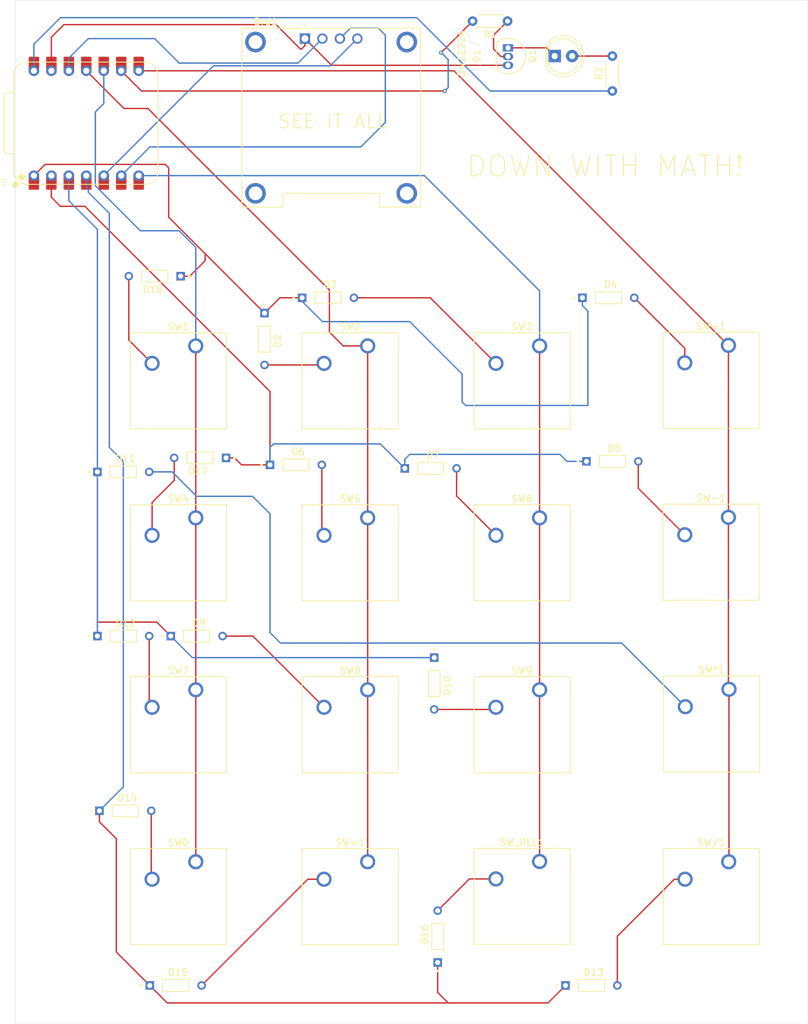
<source format=kicad_pcb>
(kicad_pcb (version 20241229) (generator "pcbnew") (generator_version "9.0")
  (layers (0 "F.Cu" signal) (2 "B.Cu" signal) (13 "F.Paste" user) (15 "B.Paste" user) (5 "F.SilkS" user "F.Silkscreen") (7 "B.SilkS" user "B.Silkscreen") (1 "F.Mask" user) (3 "B.Mask" user) (25 "Edge.Cuts" user))
  (net 0 "")
  (net 1 "GND")
  (net 2 "Net-(Brd1-SCL)")
  (net 3 "Net-(Brd1-SDA)")
  (net 4 "+3V3")
  (net 5 "Net-(D1-A)")
  (net 6 "/ROW1")
  (net 7 "Net-(D2-PadA)")
  (net 8 "Net-(D3-PadA)")
  (net 9 "Net-(D4-PadA)")
  (net 10 "/ROW4")
  (net 11 "Net-(D6-PadA)")
  (net 12 "Net-(D7-PadA)")
  (net 13 "/ROW2")
  (net 14 "Net-(D8-PadA)")
  (net 15 "Net-(D9-PadA)")
  (net 16 "/ROW3")
  (net 17 "Net-(D10-PadA)")
  (net 18 "Net-(D11-PadA)")
  (net 19 "Net-(D12-PadA)")
  (net 20 "Net-(D13-PadA)")
  (net 21 "Net-(D14-PadA)")
  (net 22 "Net-(D15-PadA)")
  (net 23 "Net-(D16-PadA)")
  (net 24 "Net-(D17-PadA)")
  (net 25 "Net-(D18-PadA)")
  (net 26 "IR LED")
  (net 27 "/COL4")
  (net 28 "/CO1")
  (net 29 "/COL2")
  (net 30 "/COL3")
  (net 31 "Net-(D1-K)")
  (net 32 "Net-(Q1-B)")
  (net 33 "VBUS")
  (footprint "Button_Switch_Keyboard:SW_Cherry_MX_1.00u_PCB" (layer "F.Cu") (at 212.5 140)
    (property "Reference" "SW/1" (at -2.54 -2.794 0) (layer "F.SilkS"))
    (property "Value" "SW_Push")
    (pad "" np_thru_hole circle (at -7.62 5.08) (size 1.7 1.7) (drill 1.7) (layers "*.Cu" "*.Mask"))
    (pad "" np_thru_hole circle (at -2.54 5.08) (size 4 4) (drill 4) (layers "*.Cu" "*.Mask"))
    (pad "" np_thru_hole circle (at 2.54 5.08) (size 1.7 1.7) (drill 1.7) (layers "*.Cu" "*.Mask"))
    (pad "1" thru_hole circle (at 0 0) (size 2.2 2.2) (drill 1.5) (layers "*.Cu" "*.Mask") (net 27 "/COL4"))
    (pad "2" thru_hole circle (at -6.35 2.54) (size 2.2 2.2) (drill 1.5) (layers "*.Cu" "*.Mask") (net 20 "Net-(D13-PadA)"))
  )
  (footprint "Button_Switch_Keyboard:SW_Cherry_MX_1.00u_PCB" (layer "F.Cu") (at 185 65)
    (property "Reference" "SW3" (at -2.54 -2.794 0) (layer "F.SilkS"))
    (property "Value" "SW_Push")
    (pad "" np_thru_hole circle (at -7.62 5.08) (size 1.7 1.7) (drill 1.7) (layers "*.Cu" "*.Mask"))
    (pad "" np_thru_hole circle (at -2.54 5.08) (size 4 4) (drill 4) (layers "*.Cu" "*.Mask"))
    (pad "" np_thru_hole circle (at 2.54 5.08) (size 1.7 1.7) (drill 1.7) (layers "*.Cu" "*.Mask"))
    (pad "1" thru_hole circle (at 0 0) (size 2.2 2.2) (drill 1.5) (layers "*.Cu" "*.Mask") (net 30 "/COL3"))
    (pad "2" thru_hole circle (at -6.35 2.54) (size 2.2 2.2) (drill 1.5) (layers "*.Cu" "*.Mask") (net 8 "Net-(D3-PadA)"))
  )
  (footprint "1N4148 (3):DIOAD753W49L380D172B" (layer "F.Cu") (at 135.128 107.188)
    (property "Reference" "D9" (at 0.3175 -1.905 0) (layer "F.SilkS"))
    (property "Value" "1N4148")
    (pad "A" thru_hole circle (at 3.7685 0) (size 1.238 1.238) (drill 0.73) (layers "*.Cu" "*.Mask") (net 15 "Net-(D9-PadA)"))
    (pad "K" thru_hole rect (at -3.7685 0) (size 1.238 1.238) (drill 0.73) (layers "*.Cu" "*.Mask") (net 16 "/ROW3"))
  )
  (footprint "Resistor_THT:R_Axial_DIN0204_L3.6mm_D1.6mm_P5.08mm_Horizontal" (layer "F.Cu") (at 195.58 27.94 90)
    (property "Reference" "R2" (at 2.54 -1.92 90) (layer "F.SilkS"))
    (property "Value" "39 ohms")
    (pad "1" thru_hole circle (at 0 0 90) (size 1.4 1.4) (drill 0.7) (layers "*.Cu" "*.Mask") (net 33 "VBUS"))
    (pad "2" thru_hole circle (at 5.08 0 90) (size 1.4 1.4) (drill 0.7) (layers "*.Cu" "*.Mask") (net 5 "Net-(D1-A)"))
  )
  (footprint "1N4148 (3):DIOAD753W49L380D172B" (layer "F.Cu") (at 124.46 107.188)
    (property "Reference" "D12" (at 0.3175 -1.905 0) (layer "F.SilkS"))
    (property "Value" "1N4148")
    (pad "A" thru_hole circle (at 3.7685 0) (size 1.238 1.238) (drill 0.73) (layers "*.Cu" "*.Mask") (net 19 "Net-(D12-PadA)"))
    (pad "K" thru_hole rect (at -3.7685 0) (size 1.238 1.238) (drill 0.73) (layers "*.Cu" "*.Mask") (net 16 "/ROW3"))
  )
  (footprint "Resistor_THT:R_Axial_DIN0204_L3.6mm_D1.6mm_P5.08mm_Horizontal" (layer "F.Cu") (at 180.34 17.78 180)
    (property "Reference" "R1" (at 2.54 -1.92 0) (layer "F.SilkS"))
    (property "Value" "4.7 Kohms")
    (pad "1" thru_hole circle (at 0 0 180) (size 1.4 1.4) (drill 0.7) (layers "*.Cu" "*.Mask") (net 32 "Net-(Q1-B)"))
    (pad "2" thru_hole circle (at 5.08 0 180) (size 1.4 1.4) (drill 0.7) (layers "*.Cu" "*.Mask") (net 26 "IR LED"))
  )
  (footprint "Button_Switch_Keyboard:SW_Cherry_MX_1.00u_PCB" (layer "F.Cu") (at 135 140)
    (property "Reference" "SW0" (at -2.54 -2.794 0) (layer "F.SilkS"))
    (property "Value" "SW_Push")
    (pad "" np_thru_hole circle (at -7.62 5.08) (size 1.7 1.7) (drill 1.7) (layers "*.Cu" "*.Mask"))
    (pad "" np_thru_hole circle (at -2.54 5.08) (size 4 4) (drill 4) (layers "*.Cu" "*.Mask"))
    (pad "" np_thru_hole circle (at 2.54 5.08) (size 1.7 1.7) (drill 1.7) (layers "*.Cu" "*.Mask"))
    (pad "1" thru_hole circle (at 0 0) (size 2.2 2.2) (drill 1.5) (layers "*.Cu" "*.Mask") (net 28 "/CO1"))
    (pad "2" thru_hole circle (at -6.35 2.54) (size 2.2 2.2) (drill 1.5) (layers "*.Cu" "*.Mask") (net 21 "Net-(D14-PadA)"))
  )
  (footprint "Button_Switch_Keyboard:SW_Cherry_MX_1.00u_PCB" (layer "F.Cu") (at 212.46 89.92)
    (property "Reference" "SW-1" (at -2.54 -2.794 0) (layer "F.SilkS"))
    (property "Value" "SW_Push")
    (pad "" np_thru_hole circle (at -7.62 5.08) (size 1.7 1.7) (drill 1.7) (layers "*.Cu" "*.Mask"))
    (pad "" np_thru_hole circle (at -2.54 5.08) (size 4 4) (drill 4) (layers "*.Cu" "*.Mask"))
    (pad "" np_thru_hole circle (at 2.54 5.08) (size 1.7 1.7) (drill 1.7) (layers "*.Cu" "*.Mask"))
    (pad "1" thru_hole circle (at 0 0) (size 2.2 2.2) (drill 1.5) (layers "*.Cu" "*.Mask") (net 27 "/COL4"))
    (pad "2" thru_hole circle (at -6.35 2.54) (size 2.2 2.2) (drill 1.5) (layers "*.Cu" "*.Mask") (net 14 "Net-(D8-PadA)"))
  )
  (footprint "DM-OLED096-636:MODULE_DM-OLED096-636" (layer "F.Cu") (at 154.686 31.82)
    (property "Reference" "Brd1" (at -9.525 -13.97 0) (layer "F.SilkS"))
    (property "Value" "SSD1306")
    (pad "1" thru_hole rect (at -3.81 -11.5) (size 1.508 1.508) (drill 1) (layers "*.Cu" "*.Mask") (net 1 "GND"))
    (pad "2" thru_hole circle (at -1.27 -11.5) (size 1.508 1.508) (drill 1) (layers "*.Cu" "*.Mask") (net 4 "+3V3"))
    (pad "3" thru_hole circle (at 1.27 -11.5) (size 1.508 1.508) (drill 1) (layers "*.Cu" "*.Mask") (net 2 "Net-(Brd1-SCL)"))
    (pad "4" thru_hole circle (at 3.81 -11.5) (size 1.508 1.508) (drill 1) (layers "*.Cu" "*.Mask") (net 3 "Net-(Brd1-SDA)"))
    (pad "S1" thru_hole circle (at -11 -11) (size 3 3) (drill 2) (layers "*.Cu" "*.Mask"))
    (pad "S2" thru_hole circle (at 11 -11) (size 3 3) (drill 2) (layers "*.Cu" "*.Mask"))
    (pad "S3" thru_hole circle (at 11 11) (size 3 3) (drill 2) (layers "*.Cu" "*.Mask"))
    (pad "S4" thru_hole circle (at -11 11) (size 3 3) (drill 2) (layers "*.Cu" "*.Mask"))
  )
  (footprint "Button_Switch_Keyboard:SW_Cherry_MX_1.00u_PCB" (layer "F.Cu") (at 212.46 64.92)
    (property "Reference" "SW+1" (at -2.54 -2.794 0) (layer "F.SilkS"))
    (property "Value" "SW_Push")
    (pad "" np_thru_hole circle (at -7.62 5.08) (size 1.7 1.7) (drill 1.7) (layers "*.Cu" "*.Mask"))
    (pad "" np_thru_hole circle (at -2.54 5.08) (size 4 4) (drill 4) (layers "*.Cu" "*.Mask"))
    (pad "" np_thru_hole circle (at 2.54 5.08) (size 1.7 1.7) (drill 1.7) (layers "*.Cu" "*.Mask"))
    (pad "1" thru_hole circle (at 0 0) (size 2.2 2.2) (drill 1.5) (layers "*.Cu" "*.Mask") (net 27 "/COL4"))
    (pad "2" thru_hole circle (at -6.35 2.54) (size 2.2 2.2) (drill 1.5) (layers "*.Cu" "*.Mask") (net 9 "Net-(D4-PadA)"))
  )
  (footprint "Button_Switch_Keyboard:SW_Cherry_MX_1.00u_PCB" (layer "F.Cu") (at 135 90)
    (property "Reference" "SW4" (at -2.54 -2.794 0) (layer "F.SilkS"))
    (property "Value" "SW_Push")
    (pad "" np_thru_hole circle (at -7.62 5.08) (size 1.7 1.7) (drill 1.7) (layers "*.Cu" "*.Mask"))
    (pad "" np_thru_hole circle (at -2.54 5.08) (size 4 4) (drill 4) (layers "*.Cu" "*.Mask"))
    (pad "" np_thru_hole circle (at 2.54 5.08) (size 1.7 1.7) (drill 1.7) (layers "*.Cu" "*.Mask"))
    (pad "1" thru_hole circle (at 0 0) (size 2.2 2.2) (drill 1.5) (layers "*.Cu" "*.Mask") (net 28 "/CO1"))
    (pad "2" thru_hole circle (at -6.35 2.54) (size 2.2 2.2) (drill 1.5) (layers "*.Cu" "*.Mask") (net 24 "Net-(D17-PadA)"))
  )
  (footprint "1N4148 (3):DIOAD753W49L380D172B" (layer "F.Cu") (at 149.5645 82.296)
    (property "Reference" "D6" (at 0.3175 -1.905 0) (layer "F.SilkS"))
    (property "Value" "1N4148")
    (pad "A" thru_hole circle (at 3.7685 0) (size 1.238 1.238) (drill 0.73) (layers "*.Cu" "*.Mask") (net 11 "Net-(D6-PadA)"))
    (pad "K" thru_hole rect (at -3.7685 0) (size 1.238 1.238) (drill 0.73) (layers "*.Cu" "*.Mask") (net 13 "/ROW2"))
  )
  (footprint "1N4148 (3):DIOAD753W49L380D172B" (layer "F.Cu") (at 145 64 -90)
    (property "Reference" "D2" (at 0.3175 -1.905 90) (layer "F.SilkS"))
    (property "Value" "1N4148")
    (pad "A" thru_hole circle (at 3.7685 0 270) (size 1.238 1.238) (drill 0.73) (layers "*.Cu" "*.Mask") (net 7 "Net-(D2-PadA)"))
    (pad "K" thru_hole rect (at -3.7685 0 270) (size 1.238 1.238) (drill 0.73) (layers "*.Cu" "*.Mask") (net 6 "/ROW1"))
  )
  (footprint "1N4148 (3):DIOAD753W49L380D172B" (layer "F.Cu") (at 124.7555 132.588)
    (property "Reference" "D14" (at 0.3175 -1.905 0) (layer "F.SilkS"))
    (property "Value" "1N4148")
    (pad "A" thru_hole circle (at 3.7685 0) (size 1.238 1.238) (drill 0.73) (layers "*.Cu" "*.Mask") (net 21 "Net-(D14-PadA)"))
    (pad "K" thru_hole rect (at -3.7685 0) (size 1.238 1.238) (drill 0.73) (layers "*.Cu" "*.Mask") (net 10 "/ROW4"))
  )
  (footprint "Button_Switch_Keyboard:SW_Cherry_MX_1.00u_PCB" (layer "F.Cu") (at 185 90)
    (property "Reference" "SW6" (at -2.54 -2.794 0) (layer "F.SilkS"))
    (property "Value" "SW_Push")
    (pad "" np_thru_hole circle (at -7.62 5.08) (size 1.7 1.7) (drill 1.7) (layers "*.Cu" "*.Mask"))
    (pad "" np_thru_hole circle (at -2.54 5.08) (size 4 4) (drill 4) (layers "*.Cu" "*.Mask"))
    (pad "" np_thru_hole circle (at 2.54 5.08) (size 1.7 1.7) (drill 1.7) (layers "*.Cu" "*.Mask"))
    (pad "1" thru_hole circle (at 0 0) (size 2.2 2.2) (drill 1.5) (layers "*.Cu" "*.Mask") (net 30 "/COL3"))
    (pad "2" thru_hole circle (at -6.35 2.54) (size 2.2 2.2) (drill 1.5) (layers "*.Cu" "*.Mask") (net 12 "Net-(D7-PadA)"))
  )
  (footprint "Button_Switch_Keyboard:SW_Cherry_MX_1.00u_PCB" (layer "F.Cu") (at 185 139.96)
    (property "Reference" "SW_DEL1" (at -2.54 -2.794 0) (layer "F.SilkS"))
    (property "Value" "SW_Push")
    (pad "" np_thru_hole circle (at -7.62 5.08) (size 1.7 1.7) (drill 1.7) (layers "*.Cu" "*.Mask"))
    (pad "" np_thru_hole circle (at -2.54 5.08) (size 4 4) (drill 4) (layers "*.Cu" "*.Mask"))
    (pad "" np_thru_hole circle (at 2.54 5.08) (size 1.7 1.7) (drill 1.7) (layers "*.Cu" "*.Mask"))
    (pad "1" thru_hole circle (at 0 0) (size 2.2 2.2) (drill 1.5) (layers "*.Cu" "*.Mask") (net 30 "/COL3"))
    (pad "2" thru_hole circle (at -6.35 2.54) (size 2.2 2.2) (drill 1.5) (layers "*.Cu" "*.Mask") (net 23 "Net-(D16-PadA)"))
  )
  (footprint "Package_TO_SOT_THT:TO-92L_Inline" (layer "F.Cu") (at 180.398 21.66 -90)
    (property "Reference" "Q1" (at 1.19 -3.56 90) (layer "F.SilkS"))
    (property "Value" "NPN")
    (pad "1" thru_hole rect (at 0 0 270) (size 1.05 1.5) (drill 0.75) (layers "*.Cu" "*.Mask") (net 31 "Net-(D1-K)"))
    (pad "2" thru_hole oval (at 1.27 0 270) (size 1.05 1.5) (drill 0.75) (layers "*.Cu" "*.Mask") (net 32 "Net-(Q1-B)"))
    (pad "3" thru_hole oval (at 2.54 0 270) (size 1.05 1.5) (drill 0.75) (layers "*.Cu" "*.Mask") (net 1 "GND"))
  )
  (footprint "1N4148 (3):DIOAD753W49L380D172B" (layer "F.Cu") (at 195 58)
    (property "Reference" "D4" (at 0.3175 -1.905 0) (layer "F.SilkS"))
    (property "Value" "1N4148")
    (pad "A" thru_hole circle (at 3.7685 0) (size 1.238 1.238) (drill 0.73) (layers "*.Cu" "*.Mask") (net 9 "Net-(D4-PadA)"))
    (pad "K" thru_hole rect (at -3.7685 0) (size 1.238 1.238) (drill 0.73) (layers "*.Cu" "*.Mask") (net 6 "/ROW1"))
  )
  (footprint "Button_Switch_Keyboard:SW_Cherry_MX_1.00u_PCB" (layer "F.Cu") (at 160 140)
    (property "Reference" "SW=1" (at -2.54 -2.794 0) (layer "F.SilkS"))
    (property "Value" "SW_Push")
    (pad "" np_thru_hole circle (at -7.62 5.08) (size 1.7 1.7) (drill 1.7) (layers "*.Cu" "*.Mask"))
    (pad "" np_thru_hole circle (at -2.54 5.08) (size 4 4) (drill 4) (layers "*.Cu" "*.Mask"))
    (pad "" np_thru_hole circle (at 2.54 5.08) (size 1.7 1.7) (drill 1.7) (layers "*.Cu" "*.Mask"))
    (pad "1" thru_hole circle (at 0 0) (size 2.2 2.2) (drill 1.5) (layers "*.Cu" "*.Mask") (net 29 "/COL2"))
    (pad "2" thru_hole circle (at -6.35 2.54) (size 2.2 2.2) (drill 1.5) (layers "*.Cu" "*.Mask") (net 22 "Net-(D15-PadA)"))
  )
  (footprint "Button_Switch_Keyboard:SW_Cherry_MX_1.00u_PCB" (layer "F.Cu") (at 160 115)
    (property "Reference" "SW8" (at -2.54 -2.794 0) (layer "F.SilkS"))
    (property "Value" "SW_Push")
    (pad "" np_thru_hole circle (at -7.62 5.08) (size 1.7 1.7) (drill 1.7) (layers "*.Cu" "*.Mask"))
    (pad "" np_thru_hole circle (at -2.54 5.08) (size 4 4) (drill 4) (layers "*.Cu" "*.Mask"))
    (pad "" np_thru_hole circle (at 2.54 5.08) (size 1.7 1.7) (drill 1.7) (layers "*.Cu" "*.Mask"))
    (pad "1" thru_hole circle (at 0 0) (size 2.2 2.2) (drill 1.5) (layers "*.Cu" "*.Mask") (net 29 "/COL2"))
    (pad "2" thru_hole circle (at -6.35 2.54) (size 2.2 2.2) (drill 1.5) (layers "*.Cu" "*.Mask") (net 15 "Net-(D9-PadA)"))
  )
  (footprint "1N4148 (3):DIOAD753W49L380D172B" (layer "F.Cu") (at 124.46 83.312)
    (property "Reference" "D11" (at 0.3175 -1.905 0) (layer "F.SilkS"))
    (property "Value" "1N4148")
    (pad "A" thru_hole circle (at 3.7685 0) (size 1.238 1.238) (drill 0.73) (layers "*.Cu" "*.Mask") (net 18 "Net-(D11-PadA)"))
    (pad "K" thru_hole rect (at -3.7685 0) (size 1.238 1.238) (drill 0.73) (layers "*.Cu" "*.Mask") (net 16 "/ROW3"))
  )
  (footprint "1N4148 (3):DIOAD753W49L380D172B" (layer "F.Cu") (at 132.08 157.988)
    (property "Reference" "D15" (at 0.3175 -1.905 0) (layer "F.SilkS"))
    (property "Value" "1N4148")
    (pad "A" thru_hole circle (at 3.7685 0) (size 1.238 1.238) (drill 0.73) (layers "*.Cu" "*.Mask") (net 22 "Net-(D15-PadA)"))
    (pad "K" thru_hole rect (at -3.7685 0) (size 1.238 1.238) (drill 0.73) (layers "*.Cu" "*.Mask") (net 10 "/ROW4"))
  )
  (footprint "1N4148 (3):DIOAD753W49L380D172B" (layer "F.Cu") (at 169.672 114.0875 -90)
    (property "Reference" "D10" (at 0.3175 -1.905 90) (layer "F.SilkS"))
    (property "Value" "1N4148")
    (pad "A" thru_hole circle (at 3.7685 0 270) (size 1.238 1.238) (drill 0.73) (layers "*.Cu" "*.Mask") (net 17 "Net-(D10-PadA)"))
    (pad "K" thru_hole rect (at -3.7685 0 270) (size 1.238 1.238) (drill 0.73) (layers "*.Cu" "*.Mask") (net 16 "/ROW3"))
  )
  (footprint "Button_Switch_Keyboard:SW_Cherry_MX_1.00u_PCB" (layer "F.Cu") (at 212.54 114.92)
    (property "Reference" "SW*1" (at -2.54 -2.794 0) (layer "F.SilkS"))
    (property "Value" "SW_Push")
    (pad "" np_thru_hole circle (at -7.62 5.08) (size 1.7 1.7) (drill 1.7) (layers "*.Cu" "*.Mask"))
    (pad "" np_thru_hole circle (at -2.54 5.08) (size 4 4) (drill 4) (layers "*.Cu" "*.Mask"))
    (pad "" np_thru_hole circle (at 2.54 5.08) (size 1.7 1.7) (drill 1.7) (layers "*.Cu" "*.Mask"))
    (pad "1" thru_hole circle (at 0 0) (size 2.2 2.2) (drill 1.5) (layers "*.Cu" "*.Mask") (net 27 "/COL4"))
    (pad "2" thru_hole circle (at -6.35 2.54) (size 2.2 2.2) (drill 1.5) (layers "*.Cu" "*.Mask") (net 18 "Net-(D11-PadA)"))
  )
  (footprint "1N4148 (3):DIOAD753W49L380D172B" (layer "F.Cu") (at 170.18 150.876 90)
    (property "Reference" "D16" (at 0.3175 -1.905 90) (layer "F.SilkS"))
    (property "Value" "1N4148")
    (pad "A" thru_hole circle (at 3.7685 0 90) (size 1.238 1.238) (drill 0.73) (layers "*.Cu" "*.Mask") (net 23 "Net-(D16-PadA)"))
    (pad "K" thru_hole rect (at -3.7685 0 90) (size 1.238 1.238) (drill 0.73) (layers "*.Cu" "*.Mask") (net 10 "/ROW4"))
  )
  (footprint "1N4148 (3):DIOAD753W49L380D172B" (layer "F.Cu") (at 154.2315 58)
    (property "Reference" "D3" (at 0.3175 -1.905 0) (layer "F.SilkS"))
    (property "Value" "1N4148")
    (pad "A" thru_hole circle (at 3.7685 0) (size 1.238 1.238) (drill 0.73) (layers "*.Cu" "*.Mask") (net 8 "Net-(D3-PadA)"))
    (pad "K" thru_hole rect (at -3.7685 0) (size 1.238 1.238) (drill 0.73) (layers "*.Cu" "*.Mask") (net 6 "/ROW1"))
  )
  (footprint "1N4148 (3):DIOAD753W49L380D172B" (layer "F.Cu") (at 192.532 157.988)
    (property "Reference" "D13" (at 0.3175 -1.905 0) (layer "F.SilkS"))
    (property "Value" "1N4148")
    (pad "A" thru_hole circle (at 3.7685 0) (size 1.238 1.238) (drill 0.73) (layers "*.Cu" "*.Mask") (net 20 "Net-(D13-PadA)"))
    (pad "K" thru_hole rect (at -3.7685 0) (size 1.238 1.238) (drill 0.73) (layers "*.Cu" "*.Mask") (net 10 "/ROW4"))
  )
  (footprint "Button_Switch_Keyboard:SW_Cherry_MX_1.00u_PCB" (layer "F.Cu") (at 185 115)
    (property "Reference" "SW9" (at -2.54 -2.794 0) (layer "F.SilkS"))
    (property "Value" "SW_Push")
    (pad "" np_thru_hole circle (at -7.62 5.08) (size 1.7 1.7) (drill 1.7) (layers "*.Cu" "*.Mask"))
    (pad "" np_thru_hole circle (at -2.54 5.08) (size 4 4) (drill 4) (layers "*.Cu" "*.Mask"))
    (pad "" np_thru_hole circle (at 2.54 5.08) (size 1.7 1.7) (drill 1.7) (layers "*.Cu" "*.Mask"))
    (pad "1" thru_hole circle (at 0 0) (size 2.2 2.2) (drill 1.5) (layers "*.Cu" "*.Mask") (net 30 "/COL3"))
    (pad "2" thru_hole circle (at -6.35 2.54) (size 2.2 2.2) (drill 1.5) (layers "*.Cu" "*.Mask") (net 17 "Net-(D10-PadA)"))
  )
  (footprint "1N4148 (3):DIOAD753W49L380D172B" (layer "F.Cu") (at 135.636 81.28 180)
    (property "Reference" "D17" (at 0.3175 -1.905 0) (layer "F.SilkS"))
    (property "Value" "1N4148")
    (pad "A" thru_hole circle (at 3.7685 0 180) (size 1.238 1.238) (drill 0.73) (layers "*.Cu" "*.Mask") (net 24 "Net-(D17-PadA)"))
    (pad "K" thru_hole rect (at -3.7685 0 180) (size 1.238 1.238) (drill 0.73) (layers "*.Cu" "*.Mask") (net 13 "/ROW2"))
  )
  (footprint "XIAO_PCB:XIAO-RP2040-DIP" (layer "F.Cu") (at 119.08 32.62 90)
    (property "Reference" "U1" (at -8.5 -12 90) (layer "F.SilkS") (effects (font (size 0.635 0.635) (thickness 0.1016))))
    (property "Value" "XIAO-RP2040-DIP")
    (pad "1" smd roundrect (at -8.455 -7.62 270) (size 2.432 1.524) (layers "F.Cu" "F.Mask") (roundrect_rratio 0.1) (net 6 "/ROW1"))
    (pad "1" thru_hole circle (at -7.62 -7.62 270) (size 1.524 1.524) (drill 0.889) (layers "*.Cu" "*.Mask") (net 6 "/ROW1"))
    (pad "2" smd roundrect (at -8.455 -5.08 270) (size 2.432 1.524) (layers "F.Cu" "F.Mask") (roundrect_rratio 0.1) (net 13 "/ROW2"))
    (pad "2" thru_hole circle (at -7.62 -5.08 270) (size 1.524 1.524) (drill 0.889) (layers "*.Cu" "*.Mask") (net 13 "/ROW2"))
    (pad "3" smd roundrect (at -8.455 -2.54 270) (size 2.432 1.524) (layers "F.Cu" "F.Mask") (roundrect_rratio 0.1) (net 16 "/ROW3"))
    (pad "3" thru_hole circle (at -7.62 -2.54 270) (size 1.524 1.524) (drill 0.889) (layers "*.Cu" "*.Mask") (net 16 "/ROW3"))
    (pad "4" smd roundrect (at -8.455 0 270) (size 2.432 1.524) (layers "F.Cu" "F.Mask") (roundrect_rratio 0.1) (net 10 "/ROW4"))
    (pad "4" thru_hole circle (at -7.62 0 270) (size 1.524 1.524) (drill 0.889) (layers "*.Cu" "*.Mask") (net 10 "/ROW4"))
    (pad "5" smd roundrect (at -8.455 2.54 270) (size 2.432 1.524) (layers "F.Cu" "F.Mask") (roundrect_rratio 0.1) (net 3 "Net-(Brd1-SDA)"))
    (pad "5" thru_hole circle (at -7.62 2.54 270) (size 1.524 1.524) (drill 0.889) (layers "*.Cu" "*.Mask") (net 3 "Net-(Brd1-SDA)"))
    (pad "6" smd roundrect (at -8.455 5.08 270) (size 2.432 1.524) (layers "F.Cu" "F.Mask") (roundrect_rratio 0.1) (net 2 "Net-(Brd1-SCL)"))
    (pad "6" thru_hole circle (at -7.62 5.08 270) (size 1.524 1.524) (drill 0.889) (layers "*.Cu" "*.Mask") (net 2 "Net-(Brd1-SCL)"))
    (pad "7" smd roundrect (at -8.455 7.62 270) (size 2.432 1.524) (layers "F.Cu" "F.Mask") (roundrect_rratio 0.1) (net 30 "/COL3"))
    (pad "7" thru_hole circle (at -7.62 7.62 270) (size 1.524 1.524) (drill 0.889) (layers "*.Cu" "*.Mask") (net 30 "/COL3"))
    (pad "8" thru_hole circle (at 7.62 7.62 90) (size 1.524 1.524) (drill 0.889) (layers "*.Cu" "*.Mask") (net 27 "/COL4"))
    (pad "8" smd roundrect (at 8.455 7.62 90) (size 2.432 1.524) (layers "F.Cu" "F.Mask") (roundrect_rratio 0.1) (net 27 "/COL4"))
    (pad "9" thru_hole circle (at 7.62 5.08 90) (size 1.524 1.524) (drill 0.889) (layers "*.Cu" "*.Mask") (net 26 "IR LED"))
    (pad "9" smd roundrect (at 8.455 5.08 90) (size 2.432 1.524) (layers "F.Cu" "F.Mask") (roundrect_rratio 0.1) (net 26 "IR LED"))
    (pad "10" thru_hole circle (at 7.62 2.54 90) (size 1.524 1.524) (drill 0.889) (layers "*.Cu" "*.Mask") (net 28 "/CO1"))
    (pad "10" smd roundrect (at 8.455 2.54 90) (size 2.432 1.524) (layers "F.Cu" "F.Mask") (roundrect_rratio 0.1) (net 28 "/CO1"))
    (pad "11" thru_hole circle (at 7.62 0 90) (size 1.524 1.524) (drill 0.889) (layers "*.Cu" "*.Mask") (net 29 "/COL2"))
    (pad "11" smd roundrect (at 8.455 0 90) (size 2.432 1.524) (layers "F.Cu" "F.Mask") (roundrect_rratio 0.1) (net 29 "/COL2"))
    (pad "12" thru_hole circle (at 7.62 -2.54 90) (size 1.524 1.524) (drill 0.889) (layers "*.Cu" "*.Mask") (net 4 "+3V3"))
    (pad "12" smd roundrect (at 8.455 -2.54 90) (size 2.432 1.524) (layers "F.Cu" "F.Mask") (roundrect_rratio 0.1) (net 4 "+3V3"))
    (pad "13" thru_hole circle (at 7.62 -5.08 90) (size 1.524 1.524) (drill 0.889) (layers "*.Cu" "*.Mask") (net 1 "GND"))
    (pad "13" smd roundrect (at 8.455 -5.08 90) (size 2.432 1.524) (layers "F.Cu" "F.Mask") (roundrect_rratio 0.1) (net 1 "GND"))
    (pad "14" thru_hole circle (at 7.62 -7.62 90) (size 1.524 1.524) (drill 0.889) (layers "*.Cu" "*.Mask") (net 33 "VBUS"))
    (pad "14" smd roundrect (at 8.455 -7.62 90) (size 2.432 1.524) (layers "F.Cu" "F.Mask") (roundrect_rratio 0.1) (net 33 "VBUS"))
  )
  (footprint "Button_Switch_Keyboard:SW_Cherry_MX_1.00u_PCB" (layer "F.Cu") (at 135 115)
    (property "Reference" "SW7" (at -2.54 -2.794 0) (layer "F.SilkS"))
    (property "Value" "SW_Push")
    (pad "" np_thru_hole circle (at -7.62 5.08) (size 1.7 1.7) (drill 1.7) (layers "*.Cu" "*.Mask"))
    (pad "" np_thru_hole circle (at -2.54 5.08) (size 4 4) (drill 4) (layers "*.Cu" "*.Mask"))
    (pad "" np_thru_hole circle (at 2.54 5.08) (size 1.7 1.7) (drill 1.7) (layers "*.Cu" "*.Mask"))
    (pad "1" thru_hole circle (at 0 0) (size 2.2 2.2) (drill 1.5) (layers "*.Cu" "*.Mask") (net 28 "/CO1"))
    (pad "2" thru_hole circle (at -6.35 2.54) (size 2.2 2.2) (drill 1.5) (layers "*.Cu" "*.Mask") (net 19 "Net-(D12-PadA)"))
  )
  (footprint "Button_Switch_Keyboard:SW_Cherry_MX_1.00u_PCB" (layer "F.Cu") (at 160 65)
    (property "Reference" "SW2" (at -2.54 -2.794 0) (layer "F.SilkS"))
    (property "Value" "SW_Push")
    (pad "" np_thru_hole circle (at -7.62 5.08) (size 1.7 1.7) (drill 1.7) (layers "*.Cu" "*.Mask"))
    (pad "" np_thru_hole circle (at -2.54 5.08) (size 4 4) (drill 4) (layers "*.Cu" "*.Mask"))
    (pad "" np_thru_hole circle (at 2.54 5.08) (size 1.7 1.7) (drill 1.7) (layers "*.Cu" "*.Mask"))
    (pad "1" thru_hole circle (at 0 0) (size 2.2 2.2) (drill 1.5) (layers "*.Cu" "*.Mask") (net 29 "/COL2"))
    (pad "2" thru_hole circle (at -6.35 2.54) (size 2.2 2.2) (drill 1.5) (layers "*.Cu" "*.Mask") (net 7 "Net-(D2-PadA)"))
  )
  (footprint "Button_Switch_Keyboard:SW_Cherry_MX_1.00u_PCB" (layer "F.Cu") (at 135 65)
    (property "Reference" "SW1" (at -2.54 -2.794 0) (layer "F.SilkS"))
    (property "Value" "SW_Push")
    (pad "" np_thru_hole circle (at -7.62 5.08) (size 1.7 1.7) (drill 1.7) (layers "*.Cu" "*.Mask"))
    (pad "" np_thru_hole circle (at -2.54 5.08) (size 4 4) (drill 4) (layers "*.Cu" "*.Mask"))
    (pad "" np_thru_hole circle (at 2.54 5.08) (size 1.7 1.7) (drill 1.7) (layers "*.Cu" "*.Mask"))
    (pad "1" thru_hole circle (at 0 0) (size 2.2 2.2) (drill 1.5) (layers "*.Cu" "*.Mask") (net 28 "/CO1"))
    (pad "2" thru_hole circle (at -6.35 2.54) (size 2.2 2.2) (drill 1.5) (layers "*.Cu" "*.Mask") (net 25 "Net-(D18-PadA)"))
  )
  (footprint "1N4148 (3):DIOAD753W49L380D172B" (layer "F.Cu") (at 195.58 81.788)
    (property "Reference" "D8" (at 0.3175 -1.905 0) (layer "F.SilkS"))
    (property "Value" "1N4148")
    (pad "A" thru_hole circle (at 3.7685 0) (size 1.238 1.238) (drill 0.73) (layers "*.Cu" "*.Mask") (net 14 "Net-(D8-PadA)"))
    (pad "K" thru_hole rect (at -3.7685 0) (size 1.238 1.238) (drill 0.73) (layers "*.Cu" "*.Mask") (net 13 "/ROW2"))
  )
  (footprint "LED_THT:LED_D5.0mm_IRGrey" (layer "F.Cu") (at 187.193 22.86)
    (property "Reference" "D1" (at -11.321 0.005 90) (layer "F.SilkS"))
    (property "Value" "Super-bright 5mm IR LED - 940nm")
    (pad "1" thru_hole rect (at 0 0) (size 1.8 1.8) (drill 0.9) (layers "*.Cu" "*.Mask") (net 31 "Net-(D1-K)"))
    (pad "2" thru_hole circle (at 2.54 0) (size 1.8 1.8) (drill 0.9) (layers "*.Cu" "*.Mask") (net 5 "Net-(D1-A)"))
  )
  (footprint "1N4148 (3):DIOAD753W49L380D172B" (layer "F.Cu") (at 169.164 82.804)
    (property "Reference" "D7" (at 0.3175 -1.905 0) (layer "F.SilkS"))
    (property "Value" "1N4148")
    (pad "A" thru_hole circle (at 3.7685 0) (size 1.238 1.238) (drill 0.73) (layers "*.Cu" "*.Mask") (net 12 "Net-(D7-PadA)"))
    (pad "K" thru_hole rect (at -3.7685 0) (size 1.238 1.238) (drill 0.73) (layers "*.Cu" "*.Mask") (net 13 "/ROW2"))
  )
  (footprint "Button_Switch_Keyboard:SW_Cherry_MX_1.00u_PCB" (layer "F.Cu") (at 160 90)
    (property "Reference" "SW5" (at -2.54 -2.794 0) (layer "F.SilkS"))
    (property "Value" "SW_Push")
    (pad "" np_thru_hole circle (at -7.62 5.08) (size 1.7 1.7) (drill 1.7) (layers "*.Cu" "*.Mask"))
    (pad "" np_thru_hole circle (at -2.54 5.08) (size 4 4) (drill 4) (layers "*.Cu" "*.Mask"))
    (pad "" np_thru_hole circle (at 2.54 5.08) (size 1.7 1.7) (drill 1.7) (layers "*.Cu" "*.Mask"))
    (pad "1" thru_hole circle (at 0 0) (size 2.2 2.2) (drill 1.5) (layers "*.Cu" "*.Mask") (net 29 "/COL2"))
    (pad "2" thru_hole circle (at -6.35 2.54) (size 2.2 2.2) (drill 1.5) (layers "*.Cu" "*.Mask") (net 11 "Net-(D6-PadA)"))
  )
  (footprint "1N4148 (3):DIOAD753W49L380D172B" (layer "F.Cu") (at 129.032 54.864 180)
    (property "Reference" "D18" (at 0.3175 -1.905 0) (layer "F.SilkS"))
    (property "Value" "1N4148")
    (pad "A" thru_hole circle (at 3.7685 0 180) (size 1.238 1.238) (drill 0.73) (layers "*.Cu" "*.Mask") (net 25 "Net-(D18-PadA)"))
    (pad "K" thru_hole rect (at -3.7685 0 180) (size 1.238 1.238) (drill 0.73) (layers "*.Cu" "*.Mask") (net 6 "/ROW1"))
  )
  (gr_rect (start 108.712 14.732) (end 224.028 163.576) (stroke (width 0.05)) (fill no) (layer "Edge.Cuts"))
  (gr_line (start 174.752 25.4) (end 176.784 23.876) (stroke (width 0.05)) (layer "Edge.Cuts"))
  (gr_line (start 174.752 19.812) (end 173.228 18.796) (stroke (width 0.05)) (layer "Edge.Cuts"))
  (gr_line (start 173.228 18.796) (end 172.212 22.352) (stroke (width 0.05)) (layer "Edge.Cuts"))
  (gr_line (start 174.752 20.828) (end 176.276 21.336) (stroke (width 0.05)) (layer "Edge.Cuts"))
  (gr_line (start 173.228 26.416) (end 174.752 25.4) (stroke (width 0.05)) (layer "Edge.Cuts"))
  (gr_line (start 172.212 22.352) (end 173.228 26.416) (stroke (width 0.05)) (layer "Edge.Cuts"))
  (gr_line (start 174.752 20.828) (end 174.752 19.812) (stroke (width 0.05)) (layer "Edge.Cuts"))
  (gr_text "SEE IT ALL" (at 146.812 33.528 0) (layer "F.SilkS") (effects (font (size 2 2)) (justify left bottom)))
  (gr_text "2N2222A \n" (at 174.244 25.908 90) (layer "F.SilkS") (effects (font (size 1 1)) (justify left bottom)))
  (gr_text "DOWN WITH MATH!" (at 174.244 40.64 0) (layer "F.SilkS") (effects (font (size 3 3)) (justify left bottom)))
  (segment (start 180.398 24.2) (end 154.756 24.2) (width 0.2) (layer "F.Cu") (net 1))
  (segment (start 150.224 21.844) (end 146.668 18.288) (width 0.2) (layer "F.Cu") (net 1))
  (segment (start 150.876 21.336) (end 150.368 21.844) (width 0.2) (layer "F.Cu") (net 1))
  (segment (start 114 20.112) (end 114 24.165) (width 0.2) (layer "F.Cu") (net 1))
  (segment (start 150.876 20.32) (end 150.876 21.336) (width 0.2) (layer "F.Cu") (net 1))
  (segment (start 115.824 18.288) (end 114 20.112) (width 0.2) (layer "F.Cu") (net 1))
  (segment (start 146.668 18.288) (end 115.824 18.288) (width 0.2) (layer "F.Cu") (net 1))
  (segment (start 150.368 21.844) (end 150.224 21.844) (width 0.2) (layer "F.Cu") (net 1))
  (segment (start 154.756 24.2) (end 150.876 20.32) (width 0.2) (layer "F.Cu") (net 1))
  (segment (start 161.544 18.796) (end 162.56 19.812) (width 0.2) (layer "B.Cu") (net 2))
  (segment (start 157.48 18.796) (end 161.544 18.796) (width 0.2) (layer "B.Cu") (net 2))
  (segment (start 162.56 32.512) (end 159.004 36.068) (width 0.2) (layer "B.Cu") (net 2))
  (segment (start 162.56 19.812) (end 162.56 32.512) (width 0.2) (layer "B.Cu") (net 2))
  (segment (start 159.004 36.068) (end 128.332 36.068) (width 0.2) (layer "B.Cu") (net 2))
  (segment (start 128.332 36.068) (end 124.16 40.24) (width 0.2) (layer "B.Cu") (net 2))
  (segment (start 155.956 20.32) (end 157.48 18.796) (width 0.2) (layer "B.Cu") (net 2))
  (segment (start 137.583 24.277) (end 121.62 40.24) (width 0.2) (layer "B.Cu") (net 3))
  (segment (start 158.496 20.32) (end 154.539 24.277) (width 0.2) (layer "B.Cu") (net 3))
  (segment (start 154.539 24.277) (end 137.583 24.277) (width 0.2) (layer "B.Cu") (net 3))
  (segment (start 149.86 23.876) (end 132.588 23.876) (width 0.2) (layer "B.Cu") (net 4))
  (segment (start 153.416 20.32) (end 149.86 23.876) (width 0.2) (layer "B.Cu") (net 4))
  (segment (start 116.54 23.16) (end 116.54 25) (width 0.2) (layer "B.Cu") (net 4))
  (segment (start 132.588 23.876) (end 129.032 20.32) (width 0.2) (layer "B.Cu") (net 4))
  (segment (start 129.032 20.32) (end 119.38 20.32) (width 0.2) (layer "B.Cu") (net 4))
  (segment (start 119.38 20.32) (end 116.54 23.16) (width 0.2) (layer "B.Cu") (net 4))
  (segment (start 195.58 22.86) (end 189.733 22.86) (width 0.2) (layer "F.Cu") (net 5))
  (segment (start 150.463 58) (end 149 58) (width 0.2) (layer "F.Cu") (net 6))
  (segment (start 132.8005 54.864) (end 134.112 54.864) (width 0.2) (layer "F.Cu") (net 6))
  (segment (start 131.064 39.116) (end 131.064 46.2955) (width 0.2) (layer "F.Cu") (net 6))
  (segment (start 149 58) (end 147.2315 58) (width 0.2) (layer "F.Cu") (net 6))
  (segment (start 134.112 54.864) (end 136.36425 52.61175) (width 0.2) (layer "F.Cu") (net 6))
  (segment (start 130.556 38.608) (end 131.064 39.116) (width 0.2) (layer "F.Cu") (net 6))
  (segment (start 136.87225 52.10375) (end 145 60.2315) (width 0.2) (layer "F.Cu") (net 6))
  (segment (start 136.36425 52.61175) (end 136.36425 51.59575) (width 0.2) (layer "F.Cu") (net 6))
  (segment (start 113.092 38.608) (end 130.556 38.608) (width 0.2) (layer "F.Cu") (net 6))
  (segment (start 147.2315 58) (end 145 60.2315) (width 0.2) (layer "F.Cu") (net 6))
  (segment (start 136.36425 51.59575) (end 136.87225 52.10375) (width 0.2) (layer "F.Cu") (net 6))
  (segment (start 111.46 40.24) (end 113.092 38.608) (width 0.2) (layer "F.Cu") (net 6))
  (segment (start 131.064 46.2955) (end 136.36425 51.59575) (width 0.2) (layer "F.Cu") (net 6))
  (segment (start 173.736 73.152) (end 174.244 73.66) (width 0.2) (layer "B.Cu") (net 6))
  (segment (start 150.463 58) (end 150.463 58.515) (width 0.2) (layer "B.Cu") (net 6))
  (segment (start 192.024 59.944) (end 191.2315 59.1515) (width 0.2) (layer "B.Cu") (net 6))
  (segment (start 174.244 73.66) (end 192.024 73.66) (width 0.2) (layer "B.Cu") (net 6))
  (segment (start 166.116 61.468) (end 173.736 69.088) (width 0.2) (layer "B.Cu") (net 6))
  (segment (start 191.2315 59.1515) (end 191.2315 58) (width 0.2) (layer "B.Cu") (net 6))
  (segment (start 173.736 69.088) (end 173.736 73.152) (width 0.2) (layer "B.Cu") (net 6))
  (segment (start 192.024 73.66) (end 192.024 59.944) (width 0.2) (layer "B.Cu") (net 6))
  (segment (start 150.463 58.515) (end 153.416 61.468) (width 0.2) (layer "B.Cu") (net 6))
  (segment (start 153.416 61.468) (end 166.116 61.468) (width 0.2) (layer "B.Cu") (net 6))
  (segment (start 153.4215 67.7685) (end 153.65 67.54) (width 0.2) (layer "F.Cu") (net 7))
  (segment (start 145 67.7685) (end 153.4215 67.7685) (width 0.2) (layer "F.Cu") (net 7))
  (segment (start 158 58) (end 169.11 58) (width 0.2) (layer "F.Cu") (net 8))
  (segment (start 169.11 58) (end 178.65 67.54) (width 0.2) (layer "F.Cu") (net 8))
  (segment (start 206.11 65.3415) (end 206.11 67.46) (width 0.2) (layer "F.Cu") (net 9))
  (segment (start 198.7685 58) (end 206.11 65.3415) (width 0.2) (layer "F.Cu") (net 9))
  (segment (start 120.987 134.195) (end 120.987 132.588) (width 0.2) (layer "F.Cu") (net 10))
  (segment (start 170.18 159.004) (end 171.704 160.528) (width 0.2) (layer "F.Cu") (net 10))
  (segment (start 130.8515 160.528) (end 128.3115 157.988) (width 0.2) (layer "F.Cu") (net 10))
  (segment (start 171.704 160.528) (end 130.8515 160.528) (width 0.2) (layer "F.Cu") (net 10))
  (segment (start 123.444 153.1205) (end 123.444 136.652) (width 0.2) (layer "F.Cu") (net 10))
  (segment (start 170.18 154.6445) (end 170.18 159.004) (width 0.2) (layer "F.Cu") (net 10))
  (segment (start 188.7635 157.988) (end 186.2235 160.528) (width 0.2) (layer "F.Cu") (net 10))
  (segment (start 186.2235 160.528) (end 171.704 160.528) (width 0.2) (layer "F.Cu") (net 10))
  (segment (start 120.6915 132.2925) (end 120.987 132.588) (width 0.2) (layer "F.Cu") (net 10))
  (segment (start 128.3115 157.988) (end 123.444 153.1205) (width 0.2) (layer "F.Cu") (net 10))
  (segment (start 123.444 136.652) (end 120.987 134.195) (width 0.2) (layer "F.Cu") (net 10))
  (segment (start 124.46 81.788) (end 122.428 79.756) (width 0.2) (layer "B.Cu") (net 10))
  (segment (start 119.38 42.164) (end 119.08 41.864) (width 0.2) (layer "B.Cu") (net 10))
  (segment (start 120.987 132.588) (end 124.46 129.115) (width 0.2) (layer "B.Cu") (net 10))
  (segment (start 119.08 41.864) (end 119.08 40.24) (width 0.2) (layer "B.Cu") (net 10))
  (segment (start 124.46 129.115) (end 124.46 81.788) (width 0.2) (layer "B.Cu") (net 10))
  (segment (start 122.428 79.756) (end 122.428 45.72) (width 0.2) (layer "B.Cu") (net 10))
  (segment (start 119.38 42.672) (end 119.38 42.164) (width 0.2) (layer "B.Cu") (net 10))
  (segment (start 122.428 45.72) (end 119.38 42.672) (width 0.2) (layer "B.Cu") (net 10))
  (segment (start 153.333 92.223) (end 153.65 92.54) (width 0.2) (layer "F.Cu") (net 11))
  (segment (start 153.333 82.296) (end 153.333 92.223) (width 0.2) (layer "F.Cu") (net 11))
  (segment (start 172.9325 86.8225) (end 172.9325 82.804) (width 0.2) (layer "F.Cu") (net 12))
  (segment (start 178.65 92.54) (end 172.9325 86.8225) (width 0.2) (layer "F.Cu") (net 12))
  (segment (start 140.633 81.28) (end 141.649 82.296) (width 0.2) (layer "F.Cu") (net 13))
  (segment (start 118.872 44.704) (end 115.316 44.704) (width 0.2) (layer "F.Cu") (net 13))
  (segment (start 115.316 44.704) (end 114 43.388) (width 0.2) (layer "F.Cu") (net 13))
  (segment (start 114 43.388) (end 114 41.075) (width 0.2) (layer "F.Cu") (net 13))
  (segment (start 139.4045 81.28) (end 140.633 81.28) (width 0.2) (layer "F.Cu") (net 13))
  (segment (start 141.649 82.296) (end 145.796 82.296) (width 0.2) (layer "F.Cu") (net 13))
  (segment (start 145.796 71.628) (end 118.872 44.704) (width 0.2) (layer "F.Cu") (net 13))
  (segment (start 145.796 82.296) (end 145.796 71.628) (width 0.2) (layer "F.Cu") (net 13))
  (segment (start 166.116 80.772) (end 165.3955 81.4925) (width 0.2) (layer "B.Cu") (net 13))
  (segment (start 191.8115 81.788) (end 188.976 81.788) (width 0.2) (layer "B.Cu") (net 13))
  (segment (start 145.796 79.756) (end 145.796 82.296) (width 0.2) (layer "B.Cu") (net 13))
  (segment (start 187.96 80.772) (end 166.116 80.772) (width 0.2) (layer "B.Cu") (net 13))
  (segment (start 165.3955 82.804) (end 161.8395 79.248) (width 0.2) (layer "B.Cu") (net 13))
  (segment (start 188.976 81.788) (end 187.96 80.772) (width 0.2) (layer "B.Cu") (net 13))
  (segment (start 165.3955 81.4925) (end 165.3955 82.804) (width 0.2) (layer "B.Cu") (net 13))
  (segment (start 161.8395 79.248) (end 146.304 79.248) (width 0.2) (layer "B.Cu") (net 13))
  (segment (start 146.304 79.248) (end 145.796 79.756) (width 0.2) (layer "B.Cu") (net 13))
  (segment (start 199.3485 85.6985) (end 206.11 92.46) (width 0.2) (layer "F.Cu") (net 14))
  (segment (start 199.3485 81.788) (end 199.3485 85.6985) (width 0.2) (layer "F.Cu") (net 14))
  (segment (start 138.8965 107.188) (end 143.298 107.188) (width 0.2) (layer "F.Cu") (net 15))
  (segment (start 143.298 107.188) (end 153.65 117.54) (width 0.2) (layer "F.Cu") (net 15))
  (segment (start 129.3275 105.156) (end 120.6915 105.156) (width 0.2) (layer "F.Cu") (net 16))
  (segment (start 120.6915 105.156) (end 120.6915 107.188) (width 0.2) (layer "F.Cu") (net 16))
  (segment (start 131.3595 107.188) (end 129.3275 105.156) (width 0.2) (layer "F.Cu") (net 16))
  (segment (start 120.6915 83.312) (end 120.6915 105.156) (width 0.2) (layer "F.Cu") (net 16))
  (segment (start 120.6915 48.0475) (end 116.54 43.896) (width 0.2) (layer "B.Cu") (net 16))
  (segment (start 116.54 43.896) (end 116.54 40.24) (width 0.2) (layer "B.Cu") (net 16))
  (segment (start 120.6915 83.312) (end 120.6915 48.0475) (width 0.2) (layer "B.Cu") (net 16))
  (segment (start 120.6915 107.188) (end 120.6915 83.312) (width 0.2) (layer "B.Cu") (net 16))
  (segment (start 169.672 110.319) (end 134.4905 110.319) (width 0.2) (layer "B.Cu") (net 16))
  (segment (start 134.4905 110.319) (end 131.3595 107.188) (width 0.2) (layer "B.Cu") (net 16))
  (segment (start 169.672 117.856) (end 178.334 117.856) (width 0.2) (layer "F.Cu") (net 17))
  (segment (start 178.334 117.856) (end 178.65 117.54) (width 0.2) (layer "F.Cu") (net 17))
  (segment (start 145.796 106.68) (end 147.32 108.204) (width 0.2) (layer "B.Cu") (net 18))
  (segment (start 145.796 89.408) (end 145.796 106.68) (width 0.2) (layer "B.Cu") (net 18))
  (segment (start 147.32 108.204) (end 196.934 108.204) (width 0.2) (layer "B.Cu") (net 18))
  (segment (start 131.572 83.312) (end 135.128 86.868) (width 0.2) (layer "B.Cu") (net 18))
  (segment (start 135.128 86.868) (end 143.256 86.868) (width 0.2) (layer "B.Cu") (net 18))
  (segment (start 128.2285 83.312) (end 131.572 83.312) (width 0.2) (layer "B.Cu") (net 18))
  (segment (start 196.934 108.204) (end 206.19 117.46) (width 0.2) (layer "B.Cu") (net 18))
  (segment (start 143.256 86.868) (end 145.796 89.408) (width 0.2) (layer "B.Cu") (net 18))
  (segment (start 128.2285 107.188) (end 128.2285 117.1185) (width 0.2) (layer "F.Cu") (net 19))
  (segment (start 128.2285 117.1185) (end 128.65 117.54) (width 0.2) (layer "F.Cu") (net 19))
  (segment (start 204.594366 142.54) (end 196.3005 150.833866) (width 0.2) (layer "F.Cu") (net 20))
  (segment (start 206.15 142.54) (end 204.594366 142.54) (width 0.2) (layer "F.Cu") (net 20))
  (segment (start 196.3005 150.833866) (end 196.3005 157.988) (width 0.2) (layer "F.Cu") (net 20))
  (segment (start 128.524 142.414) (end 128.65 142.54) (width 0.2) (layer "F.Cu") (net 21))
  (segment (start 128.524 132.588) (end 128.524 142.414) (width 0.2) (layer "F.Cu") (net 21))
  (segment (start 135.8485 157.988) (end 151.2965 142.54) (width 0.2) (layer "F.Cu") (net 22))
  (segment (start 151.2965 142.54) (end 153.65 142.54) (width 0.2) (layer "F.Cu") (net 22))
  (segment (start 170.18 147.1075) (end 174.7875 142.5) (width 0.2) (layer "F.Cu") (net 23))
  (segment (start 174.7875 142.5) (end 178.65 142.5) (width 0.2) (layer "F.Cu") (net 23))
  (segment (start 128.65 92.54) (end 128.65 87.758) (width 0.2) (layer "F.Cu") (net 24))
  (segment (start 128.65 87.758) (end 131.8675 84.5405) (width 0.2) (layer "F.Cu") (net 24))
  (segment (start 131.8675 84.5405) (end 131.8675 81.28) (width 0.2) (layer "F.Cu") (net 24))
  (segment (start 125.2635 64.1535) (end 128.65 67.54) (width 0.2) (layer "F.Cu") (net 25))
  (segment (start 125.2635 54.864) (end 125.2635 64.1535) (width 0.2) (layer "F.Cu") (net 25))
  (segment (start 127.1 27.94) (end 171.196 27.94) (width 0.2) (layer "F.Cu") (net 26))
  (segment (start 124.16 25) (end 127.1 27.94) (width 0.2) (layer "F.Cu") (net 26))
  (segment (start 170.688 22.352) (end 175.26 17.78) (width 0.2) (layer "F.Cu") (net 26))
  (via (at 170.688 22.352) (size 0.6) (drill 0.3) (layers "F.Cu" "B.Cu") (net 26))
  (via (at 171.196 27.94) (size 0.6) (drill 0.3) (layers "F.Cu" "B.Cu") (net 26))
  (segment (start 124 24.84) (end 124.16 25) (width 0.2) (layer "B.Cu") (net 26))
  (segment (start 171.196 27.94) (end 171.704 27.432) (width 0.2) (layer "B.Cu") (net 26))
  (segment (start 171.704 25.908) (end 171.704 23.368) (width 0.2) (layer "B.Cu") (net 26))
  (segment (start 171.704 23.368) (end 170.688 22.352) (width 0.2) (layer "B.Cu") (net 26))
  (segment (start 171.704 27.432) (end 171.704 25.908) (width 0.2) (layer "B.Cu") (net 26))
  (segment (start 212.54 114.92) (end 212.54 139.96) (width 0.2) (layer "F.Cu") (net 27))
  (segment (start 212.46 64.92) (end 172.54 25) (width 0.2) (layer "F.Cu") (net 27))
  (segment (start 212.46 89.92) (end 212.46 114.84) (width 0.2) (layer "F.Cu") (net 27))
  (segment (start 212.46 114.84) (end 212.54 114.92) (width 0.2) (layer "F.Cu") (net 27))
  (segment (start 172.54 25) (end 126.7 25) (width 0.2) (layer "F.Cu") (net 27))
  (segment (start 212.46 64.92) (end 212.46 89.92) (width 0.2) (layer "F.Cu") (net 27))
  (segment (start 212.54 139.96) (end 212.5 140) (width 0.2) (layer "F.Cu") (net 27))
  (segment (start 135 140) (end 135 115) (width 0.2) (layer "F.Cu") (net 28))
  (segment (start 135 65) (end 135 90) (width 0.2) (layer "F.Cu") (net 28))
  (segment (start 135 115) (end 135 90) (width 0.2) (layer "F.Cu") (net 28))
  (segment (start 120.396 30.988) (end 121.62 29.764) (width 0.2) (layer "B.Cu") (net 28))
  (segment (start 126.9409 48.26) (end 120.396 41.7151) (width 0.2) (layer "B.Cu") (net 28))
  (segment (start 120.396 41.7151) (end 120.396 30.988) (width 0.2) (layer "B.Cu") (net 28))
  (segment (start 132.588 48.26) (end 126.9409 48.26) (width 0.2) (layer "B.Cu") (net 28))
  (segment (start 135 65) (end 135 50.672) (width 0.2) (layer "B.Cu") (net 28))
  (segment (start 121.62 29.764) (end 121.62 25) (width 0.2) (layer "B.Cu") (net 28))
  (segment (start 135 50.672) (end 132.588 48.26) (width 0.2) (layer "B.Cu") (net 28))
  (segment (start 160 65) (end 160 90) (width 0.2) (layer "F.Cu") (net 29))
  (segment (start 128.0471 30.48) (end 154.432 56.8649) (width 0.2) (layer "F.Cu") (net 29))
  (segment (start 160 115) (end 160 90) (width 0.2) (layer "F.Cu") (net 29))
  (segment (start 154.432 56.8649) (end 154.432 62.992) (width 0.2) (layer "F.Cu") (net 29))
  (segment (start 154.432 62.992) (end 156.464 65.024) (width 0.2) (layer "F.Cu") (net 29))
  (segment (start 124.56 30.48) (end 128.0471 30.48) (width 0.2) (layer "F.Cu") (net 29))
  (segment (start 156.488 65) (end 160 65) (width 0.2) (layer "F.Cu") (net 29))
  (segment (start 119.08 25) (end 124.56 30.48) (width 0.2) (layer "F.Cu") (net 29))
  (segment (start 156.464 65.024) (end 156.488 65) (width 0.2) (layer "F.Cu") (net 29))
  (segment (start 160 115) (end 160 140) (width 0.2) (layer "F.Cu") (net 29))
  (segment (start 185 90) (end 185 65) (width 0.2) (layer "F.Cu") (net 30))
  (segment (start 185 115) (end 185 90) (width 0.2) (layer "F.Cu") (net 30))
  (segment (start 185 139.96) (end 185 115) (width 0.2) (layer "F.Cu") (net 30))
  (segment (start 185 65) (end 185 57) (width 0.2) (layer "B.Cu") (net 30))
  (segment (start 168.24 40.24) (end 126.7 40.24) (width 0.2) (layer "B.Cu") (net 30))
  (segment (start 185 57) (end 168.24 40.24) (width 0.2) (layer "B.Cu") (net 30))
  (segment (start 185.993 21.66) (end 187.193 22.86) (width 0.2) (layer "F.Cu") (net 31))
  (segment (start 180.398 21.66) (end 185.993 21.66) (width 0.2) (layer "F.Cu") (net 31))
  (segment (start 179.394 22.93) (end 178.308 21.844) (width 0.2) (layer "F.Cu") (net 32))
  (segment (start 178.308 21.844) (end 178.308 19.812) (width 0.2) (layer "F.Cu") (net 32))
  (segment (start 178.308 19.812) (end 180.34 17.78) (width 0.2) (layer "F.Cu") (net 32))
  (segment (start 180.398 22.93) (end 179.394 22.93) (width 0.2) (layer "F.Cu") (net 32))
  (segment (start 167.132 17.272) (end 115.316 17.272) (width 0.2) (layer "B.Cu") (net 33))
  (segment (start 177.8 27.94) (end 167.132 17.272) (width 0.2) (layer "B.Cu") (net 33))
  (segment (start 111.46 21.128) (end 111.46 25) (width 0.2) (layer "B.Cu") (net 33))
  (segment (start 195.58 27.94) (end 177.8 27.94) (width 0.2) (layer "B.Cu") (net 33))
  (segment (start 115.316 17.272) (end 111.46 21.128) (width 0.2) (layer "B.Cu") (net 33))
)
</source>
